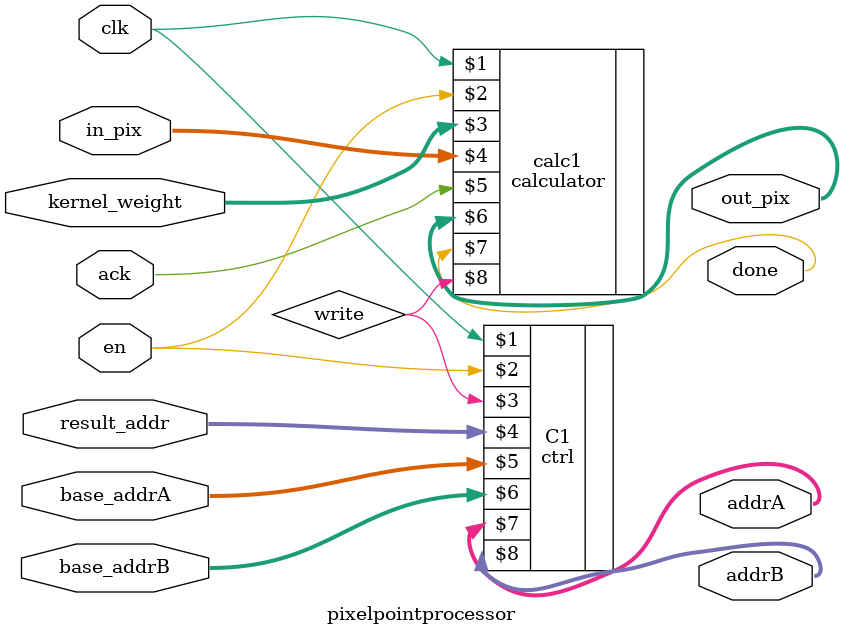
<source format=v>
`timescale 1ns / 1ps
module pixelpointprocessor(en, clk, ack, result_addr, base_addrA, base_addrB, in_pix, kernel_weight, done, addrA, addrB, out_pix);
	input en;
	input clk, ack;
	input [13:0]base_addrA;
	input [13:0]base_addrB;
	input [13:0]result_addr;
	parameter img_width = 48, kernel_size = 3;
	output [13:0] addrA;
	output [13:0] addrB;
	output signed [31:0] out_pix;
	output done;
	wire weB;
	input signed [15:0]in_pix, kernel_weight;
	ctrl #(img_width, kernel_size) C1(clk, en, write, result_addr, base_addrA, base_addrB, addrA, addrB);
	calculator #(kernel_size) calc1(clk, en, kernel_weight, in_pix, ack, out_pix, done, write);
endmodule

</source>
